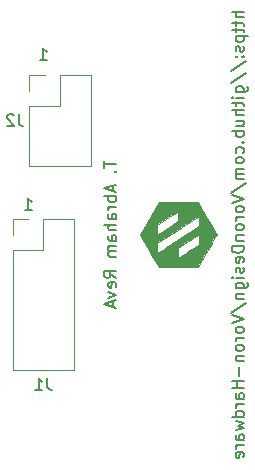
<source format=gbr>
G04 #@! TF.GenerationSoftware,KiCad,Pcbnew,(6.0.0)*
G04 #@! TF.CreationDate,2022-01-07T01:25:47-05:00*
G04 #@! TF.ProjectId,SKR-Mini_Screen,534b522d-4d69-46e6-995f-53637265656e,rev?*
G04 #@! TF.SameCoordinates,Original*
G04 #@! TF.FileFunction,Legend,Bot*
G04 #@! TF.FilePolarity,Positive*
%FSLAX46Y46*%
G04 Gerber Fmt 4.6, Leading zero omitted, Abs format (unit mm)*
G04 Created by KiCad (PCBNEW (6.0.0)) date 2022-01-07 01:25:47*
%MOMM*%
%LPD*%
G01*
G04 APERTURE LIST*
%ADD10C,0.200000*%
%ADD11C,0.150000*%
%ADD12C,0.010000*%
%ADD13C,0.120000*%
G04 APERTURE END LIST*
D10*
X143962380Y-87846666D02*
X142962380Y-87846666D01*
X143962380Y-88275238D02*
X143438571Y-88275238D01*
X143343333Y-88227619D01*
X143295714Y-88132380D01*
X143295714Y-87989523D01*
X143343333Y-87894285D01*
X143390952Y-87846666D01*
X143295714Y-88608571D02*
X143295714Y-88989523D01*
X142962380Y-88751428D02*
X143819523Y-88751428D01*
X143914761Y-88799047D01*
X143962380Y-88894285D01*
X143962380Y-88989523D01*
X143295714Y-89180000D02*
X143295714Y-89560952D01*
X142962380Y-89322857D02*
X143819523Y-89322857D01*
X143914761Y-89370476D01*
X143962380Y-89465714D01*
X143962380Y-89560952D01*
X143295714Y-89894285D02*
X144295714Y-89894285D01*
X143343333Y-89894285D02*
X143295714Y-89989523D01*
X143295714Y-90180000D01*
X143343333Y-90275238D01*
X143390952Y-90322857D01*
X143486190Y-90370476D01*
X143771904Y-90370476D01*
X143867142Y-90322857D01*
X143914761Y-90275238D01*
X143962380Y-90180000D01*
X143962380Y-89989523D01*
X143914761Y-89894285D01*
X143914761Y-90751428D02*
X143962380Y-90846666D01*
X143962380Y-91037142D01*
X143914761Y-91132380D01*
X143819523Y-91180000D01*
X143771904Y-91180000D01*
X143676666Y-91132380D01*
X143629047Y-91037142D01*
X143629047Y-90894285D01*
X143581428Y-90799047D01*
X143486190Y-90751428D01*
X143438571Y-90751428D01*
X143343333Y-90799047D01*
X143295714Y-90894285D01*
X143295714Y-91037142D01*
X143343333Y-91132380D01*
X143867142Y-91608571D02*
X143914761Y-91656190D01*
X143962380Y-91608571D01*
X143914761Y-91560952D01*
X143867142Y-91608571D01*
X143962380Y-91608571D01*
X143343333Y-91608571D02*
X143390952Y-91656190D01*
X143438571Y-91608571D01*
X143390952Y-91560952D01*
X143343333Y-91608571D01*
X143438571Y-91608571D01*
X142914761Y-92799047D02*
X144200476Y-91941904D01*
X142914761Y-93846666D02*
X144200476Y-92989523D01*
X143295714Y-94608571D02*
X144105238Y-94608571D01*
X144200476Y-94560952D01*
X144248095Y-94513333D01*
X144295714Y-94418095D01*
X144295714Y-94275238D01*
X144248095Y-94180000D01*
X143914761Y-94608571D02*
X143962380Y-94513333D01*
X143962380Y-94322857D01*
X143914761Y-94227619D01*
X143867142Y-94180000D01*
X143771904Y-94132380D01*
X143486190Y-94132380D01*
X143390952Y-94180000D01*
X143343333Y-94227619D01*
X143295714Y-94322857D01*
X143295714Y-94513333D01*
X143343333Y-94608571D01*
X143962380Y-95084761D02*
X143295714Y-95084761D01*
X142962380Y-95084761D02*
X143010000Y-95037142D01*
X143057619Y-95084761D01*
X143010000Y-95132380D01*
X142962380Y-95084761D01*
X143057619Y-95084761D01*
X143295714Y-95418095D02*
X143295714Y-95799047D01*
X142962380Y-95560952D02*
X143819523Y-95560952D01*
X143914761Y-95608571D01*
X143962380Y-95703809D01*
X143962380Y-95799047D01*
X143962380Y-96132380D02*
X142962380Y-96132380D01*
X143962380Y-96560952D02*
X143438571Y-96560952D01*
X143343333Y-96513333D01*
X143295714Y-96418095D01*
X143295714Y-96275238D01*
X143343333Y-96180000D01*
X143390952Y-96132380D01*
X143295714Y-97465714D02*
X143962380Y-97465714D01*
X143295714Y-97037142D02*
X143819523Y-97037142D01*
X143914761Y-97084761D01*
X143962380Y-97180000D01*
X143962380Y-97322857D01*
X143914761Y-97418095D01*
X143867142Y-97465714D01*
X143962380Y-97941904D02*
X142962380Y-97941904D01*
X143343333Y-97941904D02*
X143295714Y-98037142D01*
X143295714Y-98227619D01*
X143343333Y-98322857D01*
X143390952Y-98370476D01*
X143486190Y-98418095D01*
X143771904Y-98418095D01*
X143867142Y-98370476D01*
X143914761Y-98322857D01*
X143962380Y-98227619D01*
X143962380Y-98037142D01*
X143914761Y-97941904D01*
X143867142Y-98846666D02*
X143914761Y-98894285D01*
X143962380Y-98846666D01*
X143914761Y-98799047D01*
X143867142Y-98846666D01*
X143962380Y-98846666D01*
X143914761Y-99751428D02*
X143962380Y-99656190D01*
X143962380Y-99465714D01*
X143914761Y-99370476D01*
X143867142Y-99322857D01*
X143771904Y-99275238D01*
X143486190Y-99275238D01*
X143390952Y-99322857D01*
X143343333Y-99370476D01*
X143295714Y-99465714D01*
X143295714Y-99656190D01*
X143343333Y-99751428D01*
X143962380Y-100322857D02*
X143914761Y-100227619D01*
X143867142Y-100180000D01*
X143771904Y-100132380D01*
X143486190Y-100132380D01*
X143390952Y-100180000D01*
X143343333Y-100227619D01*
X143295714Y-100322857D01*
X143295714Y-100465714D01*
X143343333Y-100560952D01*
X143390952Y-100608571D01*
X143486190Y-100656190D01*
X143771904Y-100656190D01*
X143867142Y-100608571D01*
X143914761Y-100560952D01*
X143962380Y-100465714D01*
X143962380Y-100322857D01*
X143962380Y-101084761D02*
X143295714Y-101084761D01*
X143390952Y-101084761D02*
X143343333Y-101132380D01*
X143295714Y-101227619D01*
X143295714Y-101370476D01*
X143343333Y-101465714D01*
X143438571Y-101513333D01*
X143962380Y-101513333D01*
X143438571Y-101513333D02*
X143343333Y-101560952D01*
X143295714Y-101656190D01*
X143295714Y-101799047D01*
X143343333Y-101894285D01*
X143438571Y-101941904D01*
X143962380Y-101941904D01*
X142914761Y-103132380D02*
X144200476Y-102275238D01*
X142962380Y-103322857D02*
X143962380Y-103656190D01*
X142962380Y-103989523D01*
X143962380Y-104465714D02*
X143914761Y-104370476D01*
X143867142Y-104322857D01*
X143771904Y-104275238D01*
X143486190Y-104275238D01*
X143390952Y-104322857D01*
X143343333Y-104370476D01*
X143295714Y-104465714D01*
X143295714Y-104608571D01*
X143343333Y-104703809D01*
X143390952Y-104751428D01*
X143486190Y-104799047D01*
X143771904Y-104799047D01*
X143867142Y-104751428D01*
X143914761Y-104703809D01*
X143962380Y-104608571D01*
X143962380Y-104465714D01*
X143962380Y-105227619D02*
X143295714Y-105227619D01*
X143486190Y-105227619D02*
X143390952Y-105275238D01*
X143343333Y-105322857D01*
X143295714Y-105418095D01*
X143295714Y-105513333D01*
X143962380Y-105989523D02*
X143914761Y-105894285D01*
X143867142Y-105846666D01*
X143771904Y-105799047D01*
X143486190Y-105799047D01*
X143390952Y-105846666D01*
X143343333Y-105894285D01*
X143295714Y-105989523D01*
X143295714Y-106132380D01*
X143343333Y-106227619D01*
X143390952Y-106275238D01*
X143486190Y-106322857D01*
X143771904Y-106322857D01*
X143867142Y-106275238D01*
X143914761Y-106227619D01*
X143962380Y-106132380D01*
X143962380Y-105989523D01*
X143295714Y-106751428D02*
X143962380Y-106751428D01*
X143390952Y-106751428D02*
X143343333Y-106799047D01*
X143295714Y-106894285D01*
X143295714Y-107037142D01*
X143343333Y-107132380D01*
X143438571Y-107180000D01*
X143962380Y-107180000D01*
X143962380Y-107656190D02*
X142962380Y-107656190D01*
X142962380Y-107894285D01*
X143010000Y-108037142D01*
X143105238Y-108132380D01*
X143200476Y-108180000D01*
X143390952Y-108227619D01*
X143533809Y-108227619D01*
X143724285Y-108180000D01*
X143819523Y-108132380D01*
X143914761Y-108037142D01*
X143962380Y-107894285D01*
X143962380Y-107656190D01*
X143914761Y-109037142D02*
X143962380Y-108941904D01*
X143962380Y-108751428D01*
X143914761Y-108656190D01*
X143819523Y-108608571D01*
X143438571Y-108608571D01*
X143343333Y-108656190D01*
X143295714Y-108751428D01*
X143295714Y-108941904D01*
X143343333Y-109037142D01*
X143438571Y-109084761D01*
X143533809Y-109084761D01*
X143629047Y-108608571D01*
X143914761Y-109465714D02*
X143962380Y-109560952D01*
X143962380Y-109751428D01*
X143914761Y-109846666D01*
X143819523Y-109894285D01*
X143771904Y-109894285D01*
X143676666Y-109846666D01*
X143629047Y-109751428D01*
X143629047Y-109608571D01*
X143581428Y-109513333D01*
X143486190Y-109465714D01*
X143438571Y-109465714D01*
X143343333Y-109513333D01*
X143295714Y-109608571D01*
X143295714Y-109751428D01*
X143343333Y-109846666D01*
X143962380Y-110322857D02*
X143295714Y-110322857D01*
X142962380Y-110322857D02*
X143010000Y-110275238D01*
X143057619Y-110322857D01*
X143010000Y-110370476D01*
X142962380Y-110322857D01*
X143057619Y-110322857D01*
X143295714Y-111227619D02*
X144105238Y-111227619D01*
X144200476Y-111180000D01*
X144248095Y-111132380D01*
X144295714Y-111037142D01*
X144295714Y-110894285D01*
X144248095Y-110799047D01*
X143914761Y-111227619D02*
X143962380Y-111132380D01*
X143962380Y-110941904D01*
X143914761Y-110846666D01*
X143867142Y-110799047D01*
X143771904Y-110751428D01*
X143486190Y-110751428D01*
X143390952Y-110799047D01*
X143343333Y-110846666D01*
X143295714Y-110941904D01*
X143295714Y-111132380D01*
X143343333Y-111227619D01*
X143295714Y-111703809D02*
X143962380Y-111703809D01*
X143390952Y-111703809D02*
X143343333Y-111751428D01*
X143295714Y-111846666D01*
X143295714Y-111989523D01*
X143343333Y-112084761D01*
X143438571Y-112132380D01*
X143962380Y-112132380D01*
X142914761Y-113322857D02*
X144200476Y-112465714D01*
X142962380Y-113513333D02*
X143962380Y-113846666D01*
X142962380Y-114180000D01*
X143962380Y-114656190D02*
X143914761Y-114560952D01*
X143867142Y-114513333D01*
X143771904Y-114465714D01*
X143486190Y-114465714D01*
X143390952Y-114513333D01*
X143343333Y-114560952D01*
X143295714Y-114656190D01*
X143295714Y-114799047D01*
X143343333Y-114894285D01*
X143390952Y-114941904D01*
X143486190Y-114989523D01*
X143771904Y-114989523D01*
X143867142Y-114941904D01*
X143914761Y-114894285D01*
X143962380Y-114799047D01*
X143962380Y-114656190D01*
X143962380Y-115418095D02*
X143295714Y-115418095D01*
X143486190Y-115418095D02*
X143390952Y-115465714D01*
X143343333Y-115513333D01*
X143295714Y-115608571D01*
X143295714Y-115703809D01*
X143962380Y-116179999D02*
X143914761Y-116084761D01*
X143867142Y-116037142D01*
X143771904Y-115989523D01*
X143486190Y-115989523D01*
X143390952Y-116037142D01*
X143343333Y-116084761D01*
X143295714Y-116179999D01*
X143295714Y-116322857D01*
X143343333Y-116418095D01*
X143390952Y-116465714D01*
X143486190Y-116513333D01*
X143771904Y-116513333D01*
X143867142Y-116465714D01*
X143914761Y-116418095D01*
X143962380Y-116322857D01*
X143962380Y-116179999D01*
X143295714Y-116941904D02*
X143962380Y-116941904D01*
X143390952Y-116941904D02*
X143343333Y-116989523D01*
X143295714Y-117084761D01*
X143295714Y-117227619D01*
X143343333Y-117322857D01*
X143438571Y-117370476D01*
X143962380Y-117370476D01*
X143581428Y-117846666D02*
X143581428Y-118608571D01*
X143962380Y-119084761D02*
X142962380Y-119084761D01*
X143438571Y-119084761D02*
X143438571Y-119656190D01*
X143962380Y-119656190D02*
X142962380Y-119656190D01*
X143962380Y-120560952D02*
X143438571Y-120560952D01*
X143343333Y-120513333D01*
X143295714Y-120418095D01*
X143295714Y-120227619D01*
X143343333Y-120132380D01*
X143914761Y-120560952D02*
X143962380Y-120465714D01*
X143962380Y-120227619D01*
X143914761Y-120132380D01*
X143819523Y-120084761D01*
X143724285Y-120084761D01*
X143629047Y-120132380D01*
X143581428Y-120227619D01*
X143581428Y-120465714D01*
X143533809Y-120560952D01*
X143962380Y-121037142D02*
X143295714Y-121037142D01*
X143486190Y-121037142D02*
X143390952Y-121084761D01*
X143343333Y-121132380D01*
X143295714Y-121227619D01*
X143295714Y-121322857D01*
X143962380Y-122084761D02*
X142962380Y-122084761D01*
X143914761Y-122084761D02*
X143962380Y-121989523D01*
X143962380Y-121799047D01*
X143914761Y-121703809D01*
X143867142Y-121656190D01*
X143771904Y-121608571D01*
X143486190Y-121608571D01*
X143390952Y-121656190D01*
X143343333Y-121703809D01*
X143295714Y-121799047D01*
X143295714Y-121989523D01*
X143343333Y-122084761D01*
X143295714Y-122465714D02*
X143962380Y-122656190D01*
X143486190Y-122846666D01*
X143962380Y-123037142D01*
X143295714Y-123227619D01*
X143962380Y-124037142D02*
X143438571Y-124037142D01*
X143343333Y-123989523D01*
X143295714Y-123894285D01*
X143295714Y-123703809D01*
X143343333Y-123608571D01*
X143914761Y-124037142D02*
X143962380Y-123941904D01*
X143962380Y-123703809D01*
X143914761Y-123608571D01*
X143819523Y-123560952D01*
X143724285Y-123560952D01*
X143629047Y-123608571D01*
X143581428Y-123703809D01*
X143581428Y-123941904D01*
X143533809Y-124037142D01*
X143962380Y-124513333D02*
X143295714Y-124513333D01*
X143486190Y-124513333D02*
X143390952Y-124560952D01*
X143343333Y-124608571D01*
X143295714Y-124703809D01*
X143295714Y-124799047D01*
X143914761Y-125513333D02*
X143962380Y-125418095D01*
X143962380Y-125227619D01*
X143914761Y-125132380D01*
X143819523Y-125084761D01*
X143438571Y-125084761D01*
X143343333Y-125132380D01*
X143295714Y-125227619D01*
X143295714Y-125418095D01*
X143343333Y-125513333D01*
X143438571Y-125560952D01*
X143533809Y-125560952D01*
X143629047Y-125084761D01*
X132167380Y-100441904D02*
X132167380Y-101013333D01*
X133167380Y-100727619D02*
X132167380Y-100727619D01*
X133072142Y-101346666D02*
X133119761Y-101394285D01*
X133167380Y-101346666D01*
X133119761Y-101299047D01*
X133072142Y-101346666D01*
X133167380Y-101346666D01*
X132881666Y-102537142D02*
X132881666Y-103013333D01*
X133167380Y-102441904D02*
X132167380Y-102775238D01*
X133167380Y-103108571D01*
X133167380Y-103441904D02*
X132167380Y-103441904D01*
X132548333Y-103441904D02*
X132500714Y-103537142D01*
X132500714Y-103727619D01*
X132548333Y-103822857D01*
X132595952Y-103870476D01*
X132691190Y-103918095D01*
X132976904Y-103918095D01*
X133072142Y-103870476D01*
X133119761Y-103822857D01*
X133167380Y-103727619D01*
X133167380Y-103537142D01*
X133119761Y-103441904D01*
X133167380Y-104346666D02*
X132500714Y-104346666D01*
X132691190Y-104346666D02*
X132595952Y-104394285D01*
X132548333Y-104441904D01*
X132500714Y-104537142D01*
X132500714Y-104632380D01*
X133167380Y-105394285D02*
X132643571Y-105394285D01*
X132548333Y-105346666D01*
X132500714Y-105251428D01*
X132500714Y-105060952D01*
X132548333Y-104965714D01*
X133119761Y-105394285D02*
X133167380Y-105299047D01*
X133167380Y-105060952D01*
X133119761Y-104965714D01*
X133024523Y-104918095D01*
X132929285Y-104918095D01*
X132834047Y-104965714D01*
X132786428Y-105060952D01*
X132786428Y-105299047D01*
X132738809Y-105394285D01*
X133167380Y-105870476D02*
X132167380Y-105870476D01*
X133167380Y-106299047D02*
X132643571Y-106299047D01*
X132548333Y-106251428D01*
X132500714Y-106156190D01*
X132500714Y-106013333D01*
X132548333Y-105918095D01*
X132595952Y-105870476D01*
X133167380Y-107203809D02*
X132643571Y-107203809D01*
X132548333Y-107156190D01*
X132500714Y-107060952D01*
X132500714Y-106870476D01*
X132548333Y-106775238D01*
X133119761Y-107203809D02*
X133167380Y-107108571D01*
X133167380Y-106870476D01*
X133119761Y-106775238D01*
X133024523Y-106727619D01*
X132929285Y-106727619D01*
X132834047Y-106775238D01*
X132786428Y-106870476D01*
X132786428Y-107108571D01*
X132738809Y-107203809D01*
X133167380Y-107680000D02*
X132500714Y-107680000D01*
X132595952Y-107680000D02*
X132548333Y-107727619D01*
X132500714Y-107822857D01*
X132500714Y-107965714D01*
X132548333Y-108060952D01*
X132643571Y-108108571D01*
X133167380Y-108108571D01*
X132643571Y-108108571D02*
X132548333Y-108156190D01*
X132500714Y-108251428D01*
X132500714Y-108394285D01*
X132548333Y-108489523D01*
X132643571Y-108537142D01*
X133167380Y-108537142D01*
X133167380Y-110346666D02*
X132691190Y-110013333D01*
X133167380Y-109775238D02*
X132167380Y-109775238D01*
X132167380Y-110156190D01*
X132215000Y-110251428D01*
X132262619Y-110299047D01*
X132357857Y-110346666D01*
X132500714Y-110346666D01*
X132595952Y-110299047D01*
X132643571Y-110251428D01*
X132691190Y-110156190D01*
X132691190Y-109775238D01*
X133119761Y-111156190D02*
X133167380Y-111060952D01*
X133167380Y-110870476D01*
X133119761Y-110775238D01*
X133024523Y-110727619D01*
X132643571Y-110727619D01*
X132548333Y-110775238D01*
X132500714Y-110870476D01*
X132500714Y-111060952D01*
X132548333Y-111156190D01*
X132643571Y-111203809D01*
X132738809Y-111203809D01*
X132834047Y-110727619D01*
X132500714Y-111537142D02*
X133167380Y-111775238D01*
X132500714Y-112013333D01*
X132881666Y-112346666D02*
X132881666Y-112822857D01*
X133167380Y-112251428D02*
X132167380Y-112584761D01*
X133167380Y-112918095D01*
D11*
X126714285Y-91892380D02*
X127285714Y-91892380D01*
X127000000Y-91892380D02*
X127000000Y-90892380D01*
X127095238Y-91035238D01*
X127190476Y-91130476D01*
X127285714Y-91178095D01*
X125444285Y-104592380D02*
X126015714Y-104592380D01*
X125730000Y-104592380D02*
X125730000Y-103592380D01*
X125825238Y-103735238D01*
X125920476Y-103830476D01*
X126015714Y-103878095D01*
X127333333Y-118832380D02*
X127333333Y-119546666D01*
X127380952Y-119689523D01*
X127476190Y-119784761D01*
X127619047Y-119832380D01*
X127714285Y-119832380D01*
X126333333Y-119832380D02*
X126904761Y-119832380D01*
X126619047Y-119832380D02*
X126619047Y-118832380D01*
X126714285Y-118975238D01*
X126809523Y-119070476D01*
X126904761Y-119118095D01*
X124926333Y-96480380D02*
X124926333Y-97194666D01*
X124973952Y-97337523D01*
X125069190Y-97432761D01*
X125212047Y-97480380D01*
X125307285Y-97480380D01*
X124497761Y-96575619D02*
X124450142Y-96528000D01*
X124354904Y-96480380D01*
X124116809Y-96480380D01*
X124021571Y-96528000D01*
X123973952Y-96575619D01*
X123926333Y-96670857D01*
X123926333Y-96766095D01*
X123973952Y-96908952D01*
X124545380Y-97480380D01*
X123926333Y-97480380D01*
D12*
X136780150Y-109448600D02*
X140079849Y-109448600D01*
X140079849Y-109448600D02*
X140880524Y-108059308D01*
X140880524Y-108059308D02*
X141076185Y-107719339D01*
X141076185Y-107719339D02*
X141254267Y-107409012D01*
X141254267Y-107409012D02*
X141408754Y-107138882D01*
X141408754Y-107138882D02*
X141533630Y-106919505D01*
X141533630Y-106919505D02*
X141622877Y-106761439D01*
X141622877Y-106761439D02*
X141670478Y-106675239D01*
X141670478Y-106675239D02*
X141676770Y-106662308D01*
X141676770Y-106662308D02*
X141651166Y-106618181D01*
X141651166Y-106618181D02*
X141580713Y-106496791D01*
X141580713Y-106496791D02*
X141471566Y-106308745D01*
X141471566Y-106308745D02*
X141329881Y-106064649D01*
X141329881Y-106064649D02*
X141161815Y-105775109D01*
X141161815Y-105775109D02*
X140973525Y-105450731D01*
X140973525Y-105450731D02*
X140876162Y-105283000D01*
X140876162Y-105283000D02*
X140164876Y-104057648D01*
X140164876Y-104057648D02*
X140164876Y-105113666D01*
X140164876Y-105113666D02*
X140184402Y-105152441D01*
X140184402Y-105152441D02*
X140199187Y-105270479D01*
X140199187Y-105270479D02*
X140206891Y-105445467D01*
X140206891Y-105445467D02*
X140207479Y-105520066D01*
X140207479Y-105520066D02*
X140206959Y-105943400D01*
X140206959Y-105943400D02*
X140185076Y-105957821D01*
X140185076Y-105957821D02*
X140185076Y-106680000D01*
X140185076Y-106680000D02*
X140195563Y-106726850D01*
X140195563Y-106726850D02*
X140203500Y-106851616D01*
X140203500Y-106851616D02*
X140207596Y-107030623D01*
X140207596Y-107030623D02*
X140207886Y-107099100D01*
X140207886Y-107099100D02*
X140207772Y-107518200D01*
X140207772Y-107518200D02*
X139464043Y-108000800D01*
X139464043Y-108000800D02*
X139209678Y-108165838D01*
X139209678Y-108165838D02*
X138975166Y-108317963D01*
X138975166Y-108317963D02*
X138777951Y-108445863D01*
X138777951Y-108445863D02*
X138635476Y-108538223D01*
X138635476Y-108538223D02*
X138575156Y-108577288D01*
X138575156Y-108577288D02*
X138430000Y-108671177D01*
X138430000Y-108671177D02*
X138430000Y-107809093D01*
X138430000Y-107809093D02*
X139296076Y-107244546D01*
X139296076Y-107244546D02*
X139558735Y-107074034D01*
X139558735Y-107074034D02*
X139791619Y-106924186D01*
X139791619Y-106924186D02*
X139981683Y-106803286D01*
X139981683Y-106803286D02*
X140115882Y-106719618D01*
X140115882Y-106719618D02*
X140181172Y-106681465D01*
X140181172Y-106681465D02*
X140185076Y-106680000D01*
X140185076Y-106680000D02*
X140185076Y-105957821D01*
X140185076Y-105957821D02*
X138472603Y-107086400D01*
X138472603Y-107086400D02*
X138096432Y-107334036D01*
X138096432Y-107334036D02*
X137746255Y-107564037D01*
X137746255Y-107564037D02*
X137431238Y-107770420D01*
X137431238Y-107770420D02*
X137160551Y-107947202D01*
X137160551Y-107947202D02*
X136943361Y-108088399D01*
X136943361Y-108088399D02*
X136788837Y-108188029D01*
X136788837Y-108188029D02*
X136706148Y-108240108D01*
X136706148Y-108240108D02*
X136695123Y-108246333D01*
X136695123Y-108246333D02*
X136675597Y-108207558D01*
X136675597Y-108207558D02*
X136660812Y-108089520D01*
X136660812Y-108089520D02*
X136653108Y-107914532D01*
X136653108Y-107914532D02*
X136652520Y-107839933D01*
X136652520Y-107839933D02*
X136653040Y-107416600D01*
X136653040Y-107416600D02*
X138387396Y-106273600D01*
X138387396Y-106273600D02*
X138763567Y-106025963D01*
X138763567Y-106025963D02*
X139113744Y-105795962D01*
X139113744Y-105795962D02*
X139428761Y-105589579D01*
X139428761Y-105589579D02*
X139699448Y-105412797D01*
X139699448Y-105412797D02*
X139916638Y-105271600D01*
X139916638Y-105271600D02*
X140071162Y-105171970D01*
X140071162Y-105171970D02*
X140153851Y-105119891D01*
X140153851Y-105119891D02*
X140164876Y-105113666D01*
X140164876Y-105113666D02*
X140164876Y-104057648D01*
X140164876Y-104057648D02*
X140079983Y-103911400D01*
X140079983Y-103911400D02*
X138430000Y-103911400D01*
X138430000Y-103911400D02*
X138430000Y-104688822D01*
X138430000Y-104688822D02*
X138430000Y-105550906D01*
X138430000Y-105550906D02*
X137563923Y-106115453D01*
X137563923Y-106115453D02*
X137301264Y-106285965D01*
X137301264Y-106285965D02*
X137068380Y-106435813D01*
X137068380Y-106435813D02*
X136878316Y-106556713D01*
X136878316Y-106556713D02*
X136744117Y-106640381D01*
X136744117Y-106640381D02*
X136678827Y-106678534D01*
X136678827Y-106678534D02*
X136674923Y-106680000D01*
X136674923Y-106680000D02*
X136664436Y-106633149D01*
X136664436Y-106633149D02*
X136656499Y-106508383D01*
X136656499Y-106508383D02*
X136652403Y-106329376D01*
X136652403Y-106329376D02*
X136652113Y-106260900D01*
X136652113Y-106260900D02*
X136652227Y-105841800D01*
X136652227Y-105841800D02*
X137395956Y-105359200D01*
X137395956Y-105359200D02*
X137650321Y-105194161D01*
X137650321Y-105194161D02*
X137884833Y-105042036D01*
X137884833Y-105042036D02*
X138082048Y-104914136D01*
X138082048Y-104914136D02*
X138224523Y-104821776D01*
X138224523Y-104821776D02*
X138284843Y-104782711D01*
X138284843Y-104782711D02*
X138430000Y-104688822D01*
X138430000Y-104688822D02*
X138430000Y-103911400D01*
X138430000Y-103911400D02*
X136780150Y-103911400D01*
X136780150Y-103911400D02*
X135184552Y-106680000D01*
X135184552Y-106680000D02*
X136780150Y-109448600D01*
X136780150Y-109448600D02*
X136780150Y-109448600D01*
G36*
X140973525Y-105450731D02*
G01*
X141161815Y-105775109D01*
X141329881Y-106064649D01*
X141471566Y-106308745D01*
X141580713Y-106496791D01*
X141651166Y-106618181D01*
X141676770Y-106662308D01*
X141670478Y-106675239D01*
X141622877Y-106761439D01*
X141533630Y-106919505D01*
X141408754Y-107138882D01*
X141254267Y-107409012D01*
X141076185Y-107719339D01*
X140880524Y-108059308D01*
X140079849Y-109448600D01*
X136780150Y-109448600D01*
X136332106Y-108671177D01*
X138430000Y-108671177D01*
X138575156Y-108577288D01*
X138635476Y-108538223D01*
X138777951Y-108445863D01*
X138975166Y-108317963D01*
X139209678Y-108165838D01*
X139464043Y-108000800D01*
X140207772Y-107518200D01*
X140207886Y-107099100D01*
X140207596Y-107030623D01*
X140203500Y-106851616D01*
X140195563Y-106726850D01*
X140185076Y-106680000D01*
X140181172Y-106681465D01*
X140115882Y-106719618D01*
X139981683Y-106803286D01*
X139791619Y-106924186D01*
X139558735Y-107074034D01*
X139296076Y-107244546D01*
X138430000Y-107809093D01*
X138430000Y-108671177D01*
X136332106Y-108671177D01*
X135853044Y-107839933D01*
X136652520Y-107839933D01*
X136653108Y-107914532D01*
X136660812Y-108089520D01*
X136675597Y-108207558D01*
X136695123Y-108246333D01*
X136706148Y-108240108D01*
X136788837Y-108188029D01*
X136943361Y-108088399D01*
X137160551Y-107947202D01*
X137431238Y-107770420D01*
X137746255Y-107564037D01*
X138096432Y-107334036D01*
X138472603Y-107086400D01*
X140185076Y-105957821D01*
X140206959Y-105943400D01*
X140207479Y-105520066D01*
X140206891Y-105445467D01*
X140199187Y-105270479D01*
X140184402Y-105152441D01*
X140164876Y-105113666D01*
X140153851Y-105119891D01*
X140071162Y-105171970D01*
X139916638Y-105271600D01*
X139699448Y-105412797D01*
X139428761Y-105589579D01*
X139113744Y-105795962D01*
X138763567Y-106025963D01*
X138387396Y-106273600D01*
X136653040Y-107416600D01*
X136652520Y-107839933D01*
X135853044Y-107839933D01*
X135184552Y-106680000D01*
X135426087Y-106260900D01*
X136652113Y-106260900D01*
X136652403Y-106329376D01*
X136656499Y-106508383D01*
X136664436Y-106633149D01*
X136674923Y-106680000D01*
X136678827Y-106678534D01*
X136744117Y-106640381D01*
X136878316Y-106556713D01*
X137068380Y-106435813D01*
X137301264Y-106285965D01*
X137563923Y-106115453D01*
X138430000Y-105550906D01*
X138430000Y-104688822D01*
X138284843Y-104782711D01*
X138224523Y-104821776D01*
X138082048Y-104914136D01*
X137884833Y-105042036D01*
X137650321Y-105194161D01*
X137395956Y-105359200D01*
X136652227Y-105841800D01*
X136652113Y-106260900D01*
X135426087Y-106260900D01*
X136780150Y-103911400D01*
X140079983Y-103911400D01*
X140164876Y-104057648D01*
X140876162Y-105283000D01*
X140973525Y-105450731D01*
G37*
X140973525Y-105450731D02*
X141161815Y-105775109D01*
X141329881Y-106064649D01*
X141471566Y-106308745D01*
X141580713Y-106496791D01*
X141651166Y-106618181D01*
X141676770Y-106662308D01*
X141670478Y-106675239D01*
X141622877Y-106761439D01*
X141533630Y-106919505D01*
X141408754Y-107138882D01*
X141254267Y-107409012D01*
X141076185Y-107719339D01*
X140880524Y-108059308D01*
X140079849Y-109448600D01*
X136780150Y-109448600D01*
X136332106Y-108671177D01*
X138430000Y-108671177D01*
X138575156Y-108577288D01*
X138635476Y-108538223D01*
X138777951Y-108445863D01*
X138975166Y-108317963D01*
X139209678Y-108165838D01*
X139464043Y-108000800D01*
X140207772Y-107518200D01*
X140207886Y-107099100D01*
X140207596Y-107030623D01*
X140203500Y-106851616D01*
X140195563Y-106726850D01*
X140185076Y-106680000D01*
X140181172Y-106681465D01*
X140115882Y-106719618D01*
X139981683Y-106803286D01*
X139791619Y-106924186D01*
X139558735Y-107074034D01*
X139296076Y-107244546D01*
X138430000Y-107809093D01*
X138430000Y-108671177D01*
X136332106Y-108671177D01*
X135853044Y-107839933D01*
X136652520Y-107839933D01*
X136653108Y-107914532D01*
X136660812Y-108089520D01*
X136675597Y-108207558D01*
X136695123Y-108246333D01*
X136706148Y-108240108D01*
X136788837Y-108188029D01*
X136943361Y-108088399D01*
X137160551Y-107947202D01*
X137431238Y-107770420D01*
X137746255Y-107564037D01*
X138096432Y-107334036D01*
X138472603Y-107086400D01*
X140185076Y-105957821D01*
X140206959Y-105943400D01*
X140207479Y-105520066D01*
X140206891Y-105445467D01*
X140199187Y-105270479D01*
X140184402Y-105152441D01*
X140164876Y-105113666D01*
X140153851Y-105119891D01*
X140071162Y-105171970D01*
X139916638Y-105271600D01*
X139699448Y-105412797D01*
X139428761Y-105589579D01*
X139113744Y-105795962D01*
X138763567Y-106025963D01*
X138387396Y-106273600D01*
X136653040Y-107416600D01*
X136652520Y-107839933D01*
X135853044Y-107839933D01*
X135184552Y-106680000D01*
X135426087Y-106260900D01*
X136652113Y-106260900D01*
X136652403Y-106329376D01*
X136656499Y-106508383D01*
X136664436Y-106633149D01*
X136674923Y-106680000D01*
X136678827Y-106678534D01*
X136744117Y-106640381D01*
X136878316Y-106556713D01*
X137068380Y-106435813D01*
X137301264Y-106285965D01*
X137563923Y-106115453D01*
X138430000Y-105550906D01*
X138430000Y-104688822D01*
X138284843Y-104782711D01*
X138224523Y-104821776D01*
X138082048Y-104914136D01*
X137884833Y-105042036D01*
X137650321Y-105194161D01*
X137395956Y-105359200D01*
X136652227Y-105841800D01*
X136652113Y-106260900D01*
X135426087Y-106260900D01*
X136780150Y-103911400D01*
X140079983Y-103911400D01*
X140164876Y-104057648D01*
X140876162Y-105283000D01*
X140973525Y-105450731D01*
D13*
X125730000Y-105350000D02*
X124400000Y-105350000D01*
X124400000Y-105350000D02*
X124400000Y-106680000D01*
X127000000Y-105350000D02*
X127000000Y-107950000D01*
X127000000Y-107950000D02*
X124400000Y-107950000D01*
X124400000Y-107950000D02*
X124400000Y-118170000D01*
X129600000Y-118170000D02*
X124400000Y-118170000D01*
X129600000Y-105350000D02*
X129600000Y-118170000D01*
X129600000Y-105350000D02*
X127000000Y-105350000D01*
X127133000Y-93158000D02*
X125803000Y-93158000D01*
X125803000Y-93158000D02*
X125803000Y-94488000D01*
X128403000Y-93158000D02*
X128403000Y-95758000D01*
X128403000Y-95758000D02*
X125803000Y-95758000D01*
X125803000Y-95758000D02*
X125803000Y-100898000D01*
X131003000Y-100898000D02*
X125803000Y-100898000D01*
X131003000Y-93158000D02*
X131003000Y-100898000D01*
X131003000Y-93158000D02*
X128403000Y-93158000D01*
M02*

</source>
